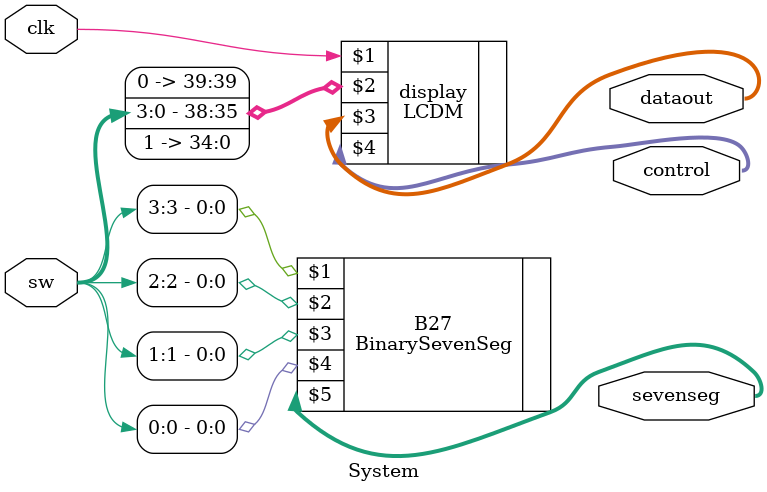
<source format=v>
`timescale 1ns / 1ps
module System(clk,sw,dataout,control,sevenseg);
	input clk;
	input [3:0]sw;
	output[3:0]dataout;
	output[2:0]control;
	output[0:6]sevenseg;
	
	LCDM display(clk,{1'b0,sw,35'hFFFFFFFFF},dataout,control);
	
	BinarySevenSeg B27(sw[3],sw[2],sw[1],sw[0],sevenseg);
	

endmodule

</source>
